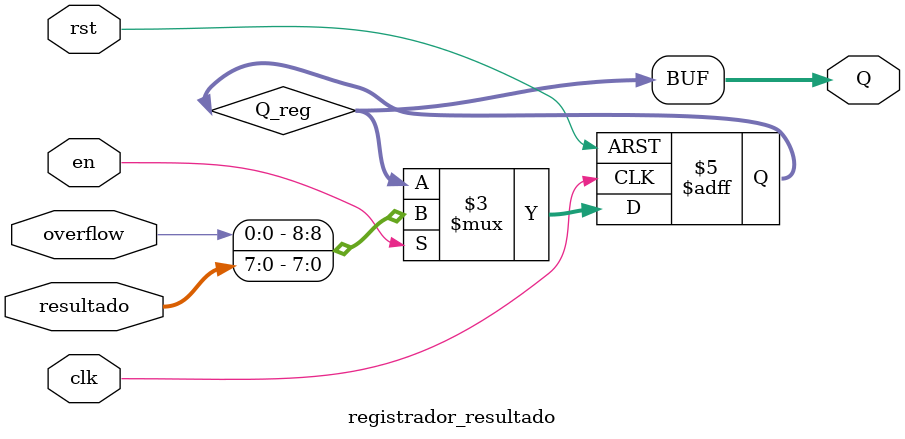
<source format=v>
module registrador_resultado(
    input  [7:0] resultado,    // Resultado da operação (8 bits)
    input        overflow,     // Flag de overflow
    input        clk,          // Clock para carregar
    input        rst,          // Reset (ativo baixo)
    input        en,           // Enable (carrega quando en=1)
    output [8:0] Q             // Saída: {overflow, resultado[7:0]}
);

    reg [8:0] Q_reg;
    
    always @(posedge clk or negedge rst) begin
        if (!rst) begin
            Q_reg <= 9'b000000000; // Reset: tudo zero
        end else if (en) begin
            Q_reg <= {overflow, resultado[7:0]};
        end
    end
    
    assign Q = Q_reg;

endmodule
</source>
